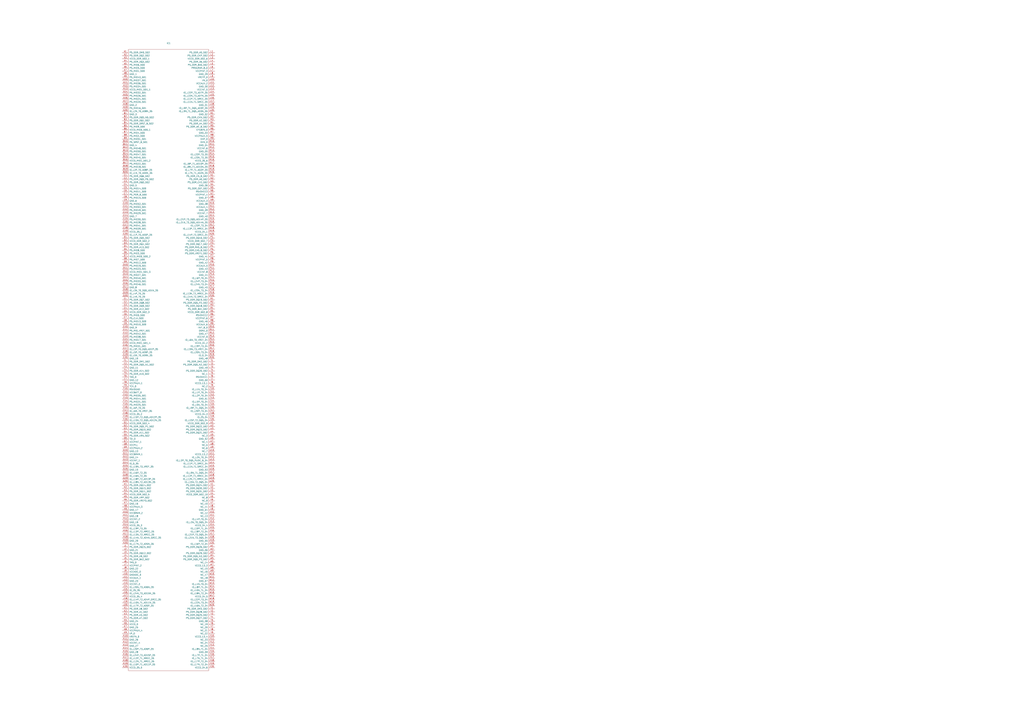
<source format=kicad_sch>
(kicad_sch (version 20211123) (generator eeschema)
  (paper "A1")
  (lib_symbols
    (symbol "XC7Z010-1CLG400C:XC7Z010-1CLG400C" (pin_names (offset 0.762))
      (property "Reference" "IC" (at 72.39 7.62 0))
      (property "Value" "XC7Z010-1CLG400C" (at 72.39 5.08 0))
      (symbol "XC7Z010-1CLG400C_0_0"
        (pin passive line (at 0 0 0) (length 5.08) (name "PS_DDR_DM0_502") (number "A1"))
        (pin passive line (at 0 -22.86 0) (length 5.08) (name "PS_MIO37_501") (number "A10"))
        (pin passive line (at 0 -25.4 0) (length 5.08) (name "PS_MIO36_501") (number "A11"))
        (pin passive line (at 0 -27.94 0) (length 5.08) (name "PS_MIO34_501") (number "A12"))
        (pin passive line (at 0 -30.48 0) (length 5.08) (name "VCCO_MIO1_501_1") (number "A13"))
        (pin passive line (at 0 -33.02 0) (length 5.08) (name "PS_MIO32_501") (number "A14"))
        (pin passive line (at 0 -35.56 0) (length 5.08) (name "PS_MIO26_501") (number "A15"))
        (pin passive line (at 0 -38.1 0) (length 5.08) (name "PS_MIO24_501") (number "A16"))
        (pin passive line (at 0 -40.64 0) (length 5.08) (name "PS_MIO20_501") (number "A17"))
        (pin passive line (at 0 -43.18 0) (length 5.08) (name "GND_2") (number "A18"))
        (pin passive line (at 0 -45.72 0) (length 5.08) (name "PS_MIO16_501") (number "A19"))
        (pin passive line (at 0 -2.54 0) (length 5.08) (name "PS_DDR_DQ2_502") (number "A2"))
        (pin passive line (at 0 -48.26 0) (length 5.08) (name "IO_L2N_T0_AD8N_35") (number "A20"))
        (pin passive line (at 0 -5.08 0) (length 5.08) (name "VCCO_DDR_502_1") (number "A3"))
        (pin passive line (at 0 -7.62 0) (length 5.08) (name "PS_DDR_DQ3_502") (number "A4"))
        (pin passive line (at 0 -10.16 0) (length 5.08) (name "PS_MIO6_500") (number "A5"))
        (pin passive line (at 0 -12.7 0) (length 5.08) (name "PS_MIO5_500") (number "A6"))
        (pin passive line (at 0 -15.24 0) (length 5.08) (name "PS_MIO1_500") (number "A7"))
        (pin passive line (at 0 -17.78 0) (length 5.08) (name "GND_1") (number "A8"))
        (pin passive line (at 0 -20.32 0) (length 5.08) (name "PS_MIO43_501") (number "A9"))
        (pin passive line (at 0 -50.8 0) (length 5.08) (name "GND_3") (number "B1"))
        (pin passive line (at 0 -73.66 0) (length 5.08) (name "PS_SRST_B_501") (number "B10"))
        (pin passive line (at 0 -76.2 0) (length 5.08) (name "GND_4") (number "B11"))
        (pin passive line (at 0 -78.74 0) (length 5.08) (name "PS_MIO48_501") (number "B12"))
        (pin passive line (at 0 -81.28 0) (length 5.08) (name "PS_MIO50_501") (number "B13"))
        (pin passive line (at 0 -83.82 0) (length 5.08) (name "PS_MIO47_501") (number "B14"))
        (pin passive line (at 0 -86.36 0) (length 5.08) (name "PS_MIO45_501") (number "B15"))
        (pin passive line (at 0 -88.9 0) (length 5.08) (name "VCCO_MIO1_501_2") (number "B16"))
        (pin passive line (at 0 -91.44 0) (length 5.08) (name "PS_MIO22_501") (number "B17"))
        (pin passive line (at 0 -93.98 0) (length 5.08) (name "PS_MIO18_501") (number "B18"))
        (pin passive line (at 0 -96.52 0) (length 5.08) (name "IO_L2P_T0_AD8P_35") (number "B19"))
        (pin passive line (at 0 -53.34 0) (length 5.08) (name "PS_DDR_DQS_N0_502") (number "B2"))
        (pin passive line (at 0 -99.06 0) (length 5.08) (name "IO_L1N_T0_AD0N_35") (number "B20"))
        (pin passive line (at 0 -55.88 0) (length 5.08) (name "PS_DDR_DQ1_502") (number "B3"))
        (pin passive line (at 0 -58.42 0) (length 5.08) (name "PS_DDR_DRST_B_502") (number "B4"))
        (pin passive line (at 0 -60.96 0) (length 5.08) (name "PS_MIO9_500") (number "B5"))
        (pin passive line (at 0 -63.5 0) (length 5.08) (name "VCCO_MIO0_500_1") (number "B6"))
        (pin passive line (at 0 -66.04 0) (length 5.08) (name "PS_MIO4_500") (number "B7"))
        (pin passive line (at 0 -68.58 0) (length 5.08) (name "PS_MIO2_500") (number "B8"))
        (pin passive line (at 0 -71.12 0) (length 5.08) (name "PS_MIO51_501") (number "B9"))
        (pin passive line (at 0 -101.6 0) (length 5.08) (name "PS_DDR_DQ6_502") (number "C1"))
        (pin passive line (at 0 -124.46 0) (length 5.08) (name "PS_MIO52_501") (number "C10"))
        (pin passive line (at 0 -127 0) (length 5.08) (name "PS_MIO53_501") (number "C11"))
        (pin passive line (at 0 -129.54 0) (length 5.08) (name "PS_MIO49_501") (number "C12"))
        (pin passive line (at 0 -132.08 0) (length 5.08) (name "PS_MIO29_501") (number "C13"))
        (pin passive line (at 0 -134.62 0) (length 5.08) (name "GND_7") (number "C14"))
        (pin passive line (at 0 -137.16 0) (length 5.08) (name "PS_MIO30_501") (number "C15"))
        (pin passive line (at 0 -139.7 0) (length 5.08) (name "PS_MIO28_501") (number "C16"))
        (pin passive line (at 0 -142.24 0) (length 5.08) (name "PS_MIO41_501") (number "C17"))
        (pin passive line (at 0 -144.78 0) (length 5.08) (name "PS_MIO39_501") (number "C18"))
        (pin passive line (at 0 -147.32 0) (length 5.08) (name "VCCO_35_1") (number "C19"))
        (pin passive line (at 0 -104.14 0) (length 5.08) (name "PS_DDR_DQS_P0_502") (number "C2"))
        (pin passive line (at 0 -149.86 0) (length 5.08) (name "IO_L1P_T0_AD0P_35") (number "C20"))
        (pin passive line (at 0 -106.68 0) (length 5.08) (name "PS_DDR_DQ0_502") (number "C3"))
        (pin passive line (at 0 -109.22 0) (length 5.08) (name "GND_5") (number "C4"))
        (pin passive line (at 0 -111.76 0) (length 5.08) (name "PS_MIO14_500") (number "C5"))
        (pin passive line (at 0 -114.3 0) (length 5.08) (name "PS_MIO11_500") (number "C6"))
        (pin passive line (at 0 -116.84 0) (length 5.08) (name "PS_POR_B_500") (number "C7"))
        (pin passive line (at 0 -119.38 0) (length 5.08) (name "PS_MIO15_500") (number "C8"))
        (pin passive line (at 0 -121.92 0) (length 5.08) (name "GND_6") (number "C9"))
        (pin passive line (at 0 -152.4 0) (length 5.08) (name "PS_DDR_DQ5_502") (number "D1"))
        (pin passive line (at 0 -175.26 0) (length 5.08) (name "PS_MIO19_501") (number "D10"))
        (pin passive line (at 0 -177.8 0) (length 5.08) (name "PS_MIO23_501") (number "D11"))
        (pin passive line (at 0 -180.34 0) (length 5.08) (name "VCCO_MIO1_501_3") (number "D12"))
        (pin passive line (at 0 -182.88 0) (length 5.08) (name "PS_MIO27_501") (number "D13"))
        (pin passive line (at 0 -185.42 0) (length 5.08) (name "PS_MIO40_501") (number "D14"))
        (pin passive line (at 0 -187.96 0) (length 5.08) (name "PS_MIO33_501") (number "D15"))
        (pin passive line (at 0 -190.5 0) (length 5.08) (name "PS_MIO46_501") (number "D16"))
        (pin passive line (at 0 -193.04 0) (length 5.08) (name "GND_8") (number "D17"))
        (pin passive line (at 0 -195.58 0) (length 5.08) (name "IO_L3N_T0_DQS_AD1N_35") (number "D18"))
        (pin passive line (at 0 -198.12 0) (length 5.08) (name "IO_L4P_T0_35") (number "D19"))
        (pin passive line (at 0 -154.94 0) (length 5.08) (name "VCCO_DDR_502_2") (number "D2"))
        (pin passive line (at 0 -200.66 0) (length 5.08) (name "IO_L4N_T0_35") (number "D20"))
        (pin passive line (at 0 -157.48 0) (length 5.08) (name "PS_DDR_DQ4_502") (number "D3"))
        (pin passive line (at 0 -160.02 0) (length 5.08) (name "PS_DDR_A13_502") (number "D4"))
        (pin passive line (at 0 -162.56 0) (length 5.08) (name "PS_MIO8_500") (number "D5"))
        (pin passive line (at 0 -165.1 0) (length 5.08) (name "PS_MIO3_500") (number "D6"))
        (pin passive line (at 0 -167.64 0) (length 5.08) (name "VCCO_MIO0_500_2") (number "D7"))
        (pin passive line (at 0 -170.18 0) (length 5.08) (name "PS_MIO7_500") (number "D8"))
        (pin passive line (at 0 -172.72 0) (length 5.08) (name "PS_MIO12_500") (number "D9"))
        (pin passive line (at 0 -203.2 0) (length 5.08) (name "PS_DDR_DQ7_502") (number "E1"))
        (pin passive line (at 0 -226.06 0) (length 5.08) (name "GND_9") (number "E10"))
        (pin passive line (at 0 -228.6 0) (length 5.08) (name "PS_MIO_VREF_501") (number "E11"))
        (pin passive line (at 0 -231.14 0) (length 5.08) (name "PS_MIO42_501") (number "E12"))
        (pin passive line (at 0 -233.68 0) (length 5.08) (name "PS_MIO38_501") (number "E13"))
        (pin passive line (at 0 -236.22 0) (length 5.08) (name "PS_MIO17_501") (number "E14"))
        (pin passive line (at 0 -238.76 0) (length 5.08) (name "VCCO_MIO1_501_4") (number "E15"))
        (pin passive line (at 0 -241.3 0) (length 5.08) (name "PS_MIO31_501") (number "E16"))
        (pin passive line (at 0 -243.84 0) (length 5.08) (name "IO_L3P_T0_DQS_AD1P_35") (number "E17"))
        (pin passive line (at 0 -246.38 0) (length 5.08) (name "IO_L5P_T0_AD9P_35") (number "E18"))
        (pin passive line (at 0 -248.92 0) (length 5.08) (name "IO_L5N_T0_AD9N_35") (number "E19"))
        (pin passive line (at 0 -205.74 0) (length 5.08) (name "PS_DDR_DQ8_502") (number "E2"))
        (pin passive line (at 0 -251.46 0) (length 5.08) (name "GND_10") (number "E20"))
        (pin passive line (at 0 -208.28 0) (length 5.08) (name "PS_DDR_DQ9_502") (number "E3"))
        (pin passive line (at 0 -210.82 0) (length 5.08) (name "PS_DDR_A12_502") (number "E4"))
        (pin passive line (at 0 -213.36 0) (length 5.08) (name "VCCO_DDR_502_3") (number "E5"))
        (pin passive line (at 0 -215.9 0) (length 5.08) (name "PS_MIO0_500") (number "E6"))
        (pin passive line (at 0 -218.44 0) (length 5.08) (name "PS_CLK_500") (number "E7"))
        (pin passive line (at 0 -220.98 0) (length 5.08) (name "PS_MIO13_500") (number "E8"))
        (pin passive line (at 0 -223.52 0) (length 5.08) (name "PS_MIO10_500") (number "E9"))
        (pin passive line (at 0 -254 0) (length 5.08) (name "PS_DDR_DM1_502") (number "F1"))
        (pin passive line (at 0 -276.86 0) (length 5.08) (name "RSVDGND") (number "F10"))
        (pin passive line (at 0 -279.4 0) (length 5.08) (name "VCCBATT_0") (number "F11"))
        (pin passive line (at 0 -281.94 0) (length 5.08) (name "PS_MIO35_501") (number "F12"))
        (pin passive line (at 0 -284.48 0) (length 5.08) (name "PS_MIO44_501") (number "F13"))
        (pin passive line (at 0 -287.02 0) (length 5.08) (name "PS_MIO21_501") (number "F14"))
        (pin passive line (at 0 -289.56 0) (length 5.08) (name "PS_MIO25_501") (number "F15"))
        (pin passive line (at 0 -292.1 0) (length 5.08) (name "IO_L6P_T0_35") (number "F16"))
        (pin passive line (at 0 -294.64 0) (length 5.08) (name "IO_L6N_T0_VREF_35") (number "F17"))
        (pin passive line (at 0 -297.18 0) (length 5.08) (name "VCCO_35_2") (number "F18"))
        (pin passive line (at 0 -299.72 0) (length 5.08) (name "IO_L15P_T2_DQS_AD12P_35") (number "F19"))
        (pin passive line (at 0 -256.54 0) (length 5.08) (name "PS_DDR_DQS_N1_502") (number "F2"))
        (pin passive line (at 0 -302.26 0) (length 5.08) (name "IO_L15N_T2_DQS_AD12N_35") (number "F20"))
        (pin passive line (at 0 -259.08 0) (length 5.08) (name "GND_11") (number "F3"))
        (pin passive line (at 0 -261.62 0) (length 5.08) (name "PS_DDR_A14_502") (number "F4"))
        (pin passive line (at 0 -264.16 0) (length 5.08) (name "PS_DDR_A10_502") (number "F5"))
        (pin passive line (at 0 -266.7 0) (length 5.08) (name "TDO_0") (number "F6"))
        (pin passive line (at 0 -269.24 0) (length 5.08) (name "GND_12") (number "F7"))
        (pin passive line (at 0 -271.78 0) (length 5.08) (name "VCCPAUX_1") (number "F8"))
        (pin passive line (at 0 -274.32 0) (length 5.08) (name "TCK_0") (number "F9"))
        (pin passive line (at 0 -304.8 0) (length 5.08) (name "VCCO_DDR_502_4") (number "G1"))
        (pin passive line (at 0 -327.66 0) (length 5.08) (name "GND_13") (number "G10"))
        (pin passive line (at 0 -330.2 0) (length 5.08) (name "VCCBRAM_1") (number "G11"))
        (pin passive line (at 0 -332.74 0) (length 5.08) (name "GND_14") (number "G12"))
        (pin passive line (at 0 -335.28 0) (length 5.08) (name "VCCINT_1") (number "G13"))
        (pin passive line (at 0 -337.82 0) (length 5.08) (name "IO_0_35") (number "G14"))
        (pin passive line (at 0 -340.36 0) (length 5.08) (name "IO_L19N_T3_VREF_35") (number "G15"))
        (pin passive line (at 0 -342.9 0) (length 5.08) (name "GND_15") (number "G16"))
        (pin passive line (at 0 -345.44 0) (length 5.08) (name "IO_L16P_T2_35") (number "G17"))
        (pin passive line (at 0 -347.98 0) (length 5.08) (name "IO_L16N_T2_35") (number "G18"))
        (pin passive line (at 0 -350.52 0) (length 5.08) (name "IO_L18P_T2_AD13P_35") (number "G19"))
        (pin passive line (at 0 -307.34 0) (length 5.08) (name "PS_DDR_DQS_P1_502") (number "G2"))
        (pin passive line (at 0 -353.06 0) (length 5.08) (name "IO_L18N_T2_AD13N_35") (number "G20"))
        (pin passive line (at 0 -309.88 0) (length 5.08) (name "PS_DDR_DQ10_502") (number "G3"))
        (pin passive line (at 0 -312.42 0) (length 5.08) (name "PS_DDR_A11_502") (number "G4"))
        (pin passive line (at 0 -314.96 0) (length 5.08) (name "PS_DDR_VRN_502") (number "G5"))
        (pin passive line (at 0 -317.5 0) (length 5.08) (name "TDI_0") (number "G6"))
        (pin passive line (at 0 -320.04 0) (length 5.08) (name "VCCPINT_1") (number "G7"))
        (pin passive line (at 0 -322.58 0) (length 5.08) (name "VCCPLL") (number "G8"))
        (pin passive line (at 0 -325.12 0) (length 5.08) (name "VCCPAUX_2") (number "G9"))
        (pin passive line (at 0 -355.6 0) (length 5.08) (name "PS_DDR_DQ14_502") (number "H1"))
        (pin passive line (at 0 -378.46 0) (length 5.08) (name "VCCBRAM_2") (number "H10"))
        (pin passive line (at 0 -381 0) (length 5.08) (name "GND_18") (number "H11"))
        (pin passive line (at 0 -383.54 0) (length 5.08) (name "VCCINT_2") (number "H12"))
        (pin passive line (at 0 -386.08 0) (length 5.08) (name "GND_19") (number "H13"))
        (pin passive line (at 0 -388.62 0) (length 5.08) (name "VCCO_35_3") (number "H14"))
        (pin passive line (at 0 -391.16 0) (length 5.08) (name "IO_L19P_T3_35") (number "H15"))
        (pin passive line (at 0 -393.7 0) (length 5.08) (name "IO_L13P_T2_MRCC_35") (number "H16"))
        (pin passive line (at 0 -396.24 0) (length 5.08) (name "IO_L13N_T2_MRCC_35") (number "H17"))
        (pin passive line (at 0 -398.78 0) (length 5.08) (name "IO_L14N_T2_AD4N_SRCC_35") (number "H18"))
        (pin passive line (at 0 -401.32 0) (length 5.08) (name "GND_20") (number "H19"))
        (pin passive line (at 0 -358.14 0) (length 5.08) (name "PS_DDR_DQ13_502") (number "H2"))
        (pin passive line (at 0 -403.86 0) (length 5.08) (name "IO_L17N_T2_AD5N_35") (number "H20"))
        (pin passive line (at 0 -360.68 0) (length 5.08) (name "PS_DDR_DQ11_502") (number "H3"))
        (pin passive line (at 0 -363.22 0) (length 5.08) (name "VCCO_DDR_502_5") (number "H4"))
        (pin passive line (at 0 -365.76 0) (length 5.08) (name "PS_DDR_VRP_502") (number "H5"))
        (pin passive line (at 0 -368.3 0) (length 5.08) (name "PS_DDR_VREF0_502") (number "H6"))
        (pin passive line (at 0 -370.84 0) (length 5.08) (name "GND_16") (number "H7"))
        (pin passive line (at 0 -373.38 0) (length 5.08) (name "VCCPAUX_3") (number "H8"))
        (pin passive line (at 0 -375.92 0) (length 5.08) (name "GND_17") (number "H9"))
        (pin passive line (at 0 -406.4 0) (length 5.08) (name "PS_DDR_DQ15_502") (number "J1"))
        (pin passive line (at 0 -429.26 0) (length 5.08) (name "GNDADC_0") (number "J10"))
        (pin passive line (at 0 -431.8 0) (length 5.08) (name "VCCAUX_1") (number "J11"))
        (pin passive line (at 0 -434.34 0) (length 5.08) (name "GND_23") (number "J12"))
        (pin passive line (at 0 -436.88 0) (length 5.08) (name "VCCINT_3") (number "J13"))
        (pin passive line (at 0 -439.42 0) (length 5.08) (name "IO_L20N_T3_AD6N_35") (number "J14"))
        (pin passive line (at 0 -441.96 0) (length 5.08) (name "IO_25_35") (number "J15"))
        (pin passive line (at 0 -444.5 0) (length 5.08) (name "IO_L24N_T3_AD15N_35") (number "J16"))
        (pin passive line (at 0 -447.04 0) (length 5.08) (name "VCCO_35_4") (number "J17"))
        (pin passive line (at 0 -449.58 0) (length 5.08) (name "IO_L14P_T2_AD4P_SRCC_35") (number "J18"))
        (pin passive line (at 0 -452.12 0) (length 5.08) (name "IO_L10N_T1_AD11N_35") (number "J19"))
        (pin passive line (at 0 -408.94 0) (length 5.08) (name "GND_21") (number "J2"))
        (pin passive line (at 0 -454.66 0) (length 5.08) (name "IO_L17P_T2_AD5P_35") (number "J20"))
        (pin passive line (at 0 -411.48 0) (length 5.08) (name "PS_DDR_DQ12_502") (number "J3"))
        (pin passive line (at 0 -414.02 0) (length 5.08) (name "PS_DDR_A9_502") (number "J4"))
        (pin passive line (at 0 -416.56 0) (length 5.08) (name "PS_DDR_BA2_502") (number "J5"))
        (pin passive line (at 0 -419.1 0) (length 5.08) (name "TMS_0") (number "J6"))
        (pin passive line (at 0 -421.64 0) (length 5.08) (name "VCCPINT_2") (number "J7"))
        (pin passive line (at 0 -424.18 0) (length 5.08) (name "GND_22") (number "J8"))
        (pin passive line (at 0 -426.72 0) (length 5.08) (name "VCCADC_0") (number "J9"))
        (pin passive line (at 0 -457.2 0) (length 5.08) (name "PS_DDR_A8_502") (number "K1"))
        (pin passive line (at 0 -480.06 0) (length 5.08) (name "VREFN_0") (number "K10"))
        (pin passive line (at 0 -482.6 0) (length 5.08) (name "GND_26") (number "K11"))
        (pin passive line (at 0 -485.14 0) (length 5.08) (name "VCCINT_4") (number "K12"))
        (pin passive line (at 0 -487.68 0) (length 5.08) (name "GND_27") (number "K13"))
        (pin passive line (at 0 -490.22 0) (length 5.08) (name "IO_L20P_T3_AD6P_35") (number "K14"))
        (pin passive line (at 0 -492.76 0) (length 5.08) (name "GND_28") (number "K15"))
        (pin passive line (at 0 -495.3 0) (length 5.08) (name "IO_L24P_T3_AD15P_35") (number "K16"))
        (pin passive line (at 0 -497.84 0) (length 5.08) (name "IO_L12P_T1_MRCC_35") (number "K17"))
        (pin passive line (at 0 -500.38 0) (length 5.08) (name "IO_L12N_T1_MRCC_35") (number "K18"))
        (pin passive line (at 0 -502.92 0) (length 5.08) (name "IO_L10P_T1_AD11P_35") (number "K19"))
        (pin passive line (at 0 -459.74 0) (length 5.08) (name "PS_DDR_A1_502") (number "K2"))
        (pin passive line (at 0 -505.46 0) (length 5.08) (name "VCCO_35_5") (number "K20"))
        (pin passive line (at 0 -462.28 0) (length 5.08) (name "PS_DDR_A3_502") (number "K3"))
        (pin passive line (at 0 -464.82 0) (length 5.08) (name "PS_DDR_A7_502") (number "K4"))
        (pin passive line (at 0 -467.36 0) (length 5.08) (name "GND_24") (number "K5"))
        (pin passive line (at 0 -469.9 0) (length 5.08) (name "VCCO_0") (number "K6"))
        (pin passive line (at 0 -472.44 0) (length 5.08) (name "GND_25") (number "K7"))
        (pin passive line (at 0 -474.98 0) (length 5.08) (name "VCCPAUX_4") (number "K8"))
        (pin passive line (at 0 -477.52 0) (length 5.08) (name "VP_0") (number "K9"))
        (pin passive line (at 76.2 0 180) (length 5.08) (name "PS_DDR_A5_502") (number "L1"))
        (pin passive line (at 76.2 -22.86 180) (length 5.08) (name "VN_0") (number "L10"))
        (pin passive line (at 76.2 -25.4 180) (length 5.08) (name "VCCAUX_2") (number "L11"))
        (pin passive line (at 76.2 -27.94 180) (length 5.08) (name "GND_30") (number "L12"))
        (pin passive line (at 76.2 -30.48 180) (length 5.08) (name "VCCINT_5") (number "L13"))
        (pin passive line (at 76.2 -33.02 180) (length 5.08) (name "IO_L22P_T3_AD7P_35") (number "L14"))
        (pin passive line (at 76.2 -35.56 180) (length 5.08) (name "IO_L22N_T3_AD7N_35") (number "L15"))
        (pin passive line (at 76.2 -38.1 180) (length 5.08) (name "IO_L11P_T1_SRCC_35") (number "L16"))
        (pin passive line (at 76.2 -40.64 180) (length 5.08) (name "IO_L11N_T1_SRCC_35") (number "L17"))
        (pin passive line (at 76.2 -43.18 180) (length 5.08) (name "GND_31") (number "L18"))
        (pin passive line (at 76.2 -45.72 180) (length 5.08) (name "IO_L9P_T1_DQS_AD3P_35") (number "L19"))
        (pin passive line (at 76.2 -2.54 180) (length 5.08) (name "PS_DDR_CKP_502") (number "L2"))
        (pin passive line (at 76.2 -48.26 180) (length 5.08) (name "IO_L9N_T1_DQS_AD3N_35") (number "L20"))
        (pin passive line (at 76.2 -5.08 180) (length 5.08) (name "VCCO_DDR_502_6") (number "L3"))
        (pin passive line (at 76.2 -7.62 180) (length 5.08) (name "PS_DDR_A6_502") (number "L4"))
        (pin passive line (at 76.2 -10.16 180) (length 5.08) (name "PS_DDR_BA0_502") (number "L5"))
        (pin passive line (at 76.2 -12.7 180) (length 5.08) (name "PROGRAM_B_0") (number "L6"))
        (pin passive line (at 76.2 -15.24 180) (length 5.08) (name "VCCPINT_3") (number "L7"))
        (pin passive line (at 76.2 -17.78 180) (length 5.08) (name "GND_29") (number "L8"))
        (pin passive line (at 76.2 -20.32 180) (length 5.08) (name "VREFP_0") (number "L9"))
        (pin passive line (at 76.2 -50.8 180) (length 5.08) (name "GND_32") (number "M1"))
        (pin passive line (at 76.2 -73.66 180) (length 5.08) (name "DXN_0") (number "M10"))
        (pin passive line (at 76.2 -76.2 180) (length 5.08) (name "GND_34") (number "M11"))
        (pin passive line (at 76.2 -78.74 180) (length 5.08) (name "VCCINT_6") (number "M12"))
        (pin passive line (at 76.2 -81.28 180) (length 5.08) (name "GND_35") (number "M13"))
        (pin passive line (at 76.2 -83.82 180) (length 5.08) (name "IO_L23P_T3_35") (number "M14"))
        (pin passive line (at 76.2 -86.36 180) (length 5.08) (name "IO_L23N_T3_35") (number "M15"))
        (pin passive line (at 76.2 -88.9 180) (length 5.08) (name "VCCO_35_6") (number "M16"))
        (pin passive line (at 76.2 -91.44 180) (length 5.08) (name "IO_L8P_T1_AD10P_35") (number "M17"))
        (pin passive line (at 76.2 -93.98 180) (length 5.08) (name "IO_L8N_T1_AD10N_35") (number "M18"))
        (pin passive line (at 76.2 -96.52 180) (length 5.08) (name "IO_L7P_T1_AD2P_35") (number "M19"))
        (pin passive line (at 76.2 -53.34 180) (length 5.08) (name "PS_DDR_CKN_502") (number "M2"))
        (pin passive line (at 76.2 -99.06 180) (length 5.08) (name "IO_L7N_T1_AD2N_35") (number "M20"))
        (pin passive line (at 76.2 -55.88 180) (length 5.08) (name "PS_DDR_A2_502") (number "M3"))
        (pin passive line (at 76.2 -58.42 180) (length 5.08) (name "PS_DDR_A4_502") (number "M4"))
        (pin passive line (at 76.2 -60.96 180) (length 5.08) (name "PS_DDR_WE_B_502") (number "M5"))
        (pin passive line (at 76.2 -63.5 180) (length 5.08) (name "CFGBVS_0") (number "M6"))
        (pin passive line (at 76.2 -66.04 180) (length 5.08) (name "GND_33") (number "M7"))
        (pin passive line (at 76.2 -68.58 180) (length 5.08) (name "VCCPAUX_5") (number "M8"))
        (pin passive line (at 76.2 -71.12 180) (length 5.08) (name "DXP_0") (number "M9"))
        (pin passive line (at 76.2 -101.6 180) (length 5.08) (name "PS_DDR_CS_B_502") (number "N1"))
        (pin passive line (at 76.2 -124.46 180) (length 5.08) (name "GND_38") (number "N10"))
        (pin passive line (at 76.2 -127 180) (length 5.08) (name "VCCAUX_4") (number "N11"))
        (pin passive line (at 76.2 -129.54 180) (length 5.08) (name "GND_39") (number "N12"))
        (pin passive line (at 76.2 -132.08 180) (length 5.08) (name "VCCINT_7") (number "N13"))
        (pin passive line (at 76.2 -134.62 180) (length 5.08) (name "GND_40") (number "N14"))
        (pin passive line (at 76.2 -137.16 180) (length 5.08) (name "IO_L21P_T3_DQS_AD14P_35") (number "N15"))
        (pin passive line (at 76.2 -139.7 180) (length 5.08) (name "IO_L21N_T3_DQS_AD14N_35") (number "N16"))
        (pin passive line (at 76.2 -142.24 180) (length 5.08) (name "IO_L23P_T3_34") (number "N17"))
        (pin passive line (at 76.2 -144.78 180) (length 5.08) (name "IO_L13P_T2_MRCC_34") (number "N18"))
        (pin passive line (at 76.2 -147.32 180) (length 5.08) (name "VCCO_34_1") (number "N19"))
        (pin passive line (at 76.2 -104.14 180) (length 5.08) (name "PS_DDR_A0_502") (number "N2"))
        (pin passive line (at 76.2 -149.86 180) (length 5.08) (name "IO_L14P_T2_SRCC_34") (number "N20"))
        (pin passive line (at 76.2 -106.68 180) (length 5.08) (name "PS_DDR_CKE_502") (number "N3"))
        (pin passive line (at 76.2 -109.22 180) (length 5.08) (name "GND_36") (number "N4"))
        (pin passive line (at 76.2 -111.76 180) (length 5.08) (name "PS_DDR_ODT_502") (number "N5"))
        (pin passive line (at 76.2 -114.3 180) (length 5.08) (name "RSVDVCC3") (number "N6"))
        (pin passive line (at 76.2 -116.84 180) (length 5.08) (name "VCCPINT_4") (number "N7"))
        (pin passive line (at 76.2 -119.38 180) (length 5.08) (name "GND_37") (number "N8"))
        (pin passive line (at 76.2 -121.92 180) (length 5.08) (name "VCCAUX_3") (number "N9"))
        (pin passive line (at 76.2 -152.4 180) (length 5.08) (name "PS_DDR_DQ16_502") (number "P1"))
        (pin passive line (at 76.2 -175.26 180) (length 5.08) (name "VCCAUX_5") (number "P10"))
        (pin passive line (at 76.2 -177.8 180) (length 5.08) (name "GND_43") (number "P11"))
        (pin passive line (at 76.2 -180.34 180) (length 5.08) (name "VCCINT_8") (number "P12"))
        (pin passive line (at 76.2 -182.88 180) (length 5.08) (name "GND_44") (number "P13"))
        (pin passive line (at 76.2 -185.42 180) (length 5.08) (name "IO_L6P_T0_34") (number "P14"))
        (pin passive line (at 76.2 -187.96 180) (length 5.08) (name "IO_L24P_T3_34") (number "P15"))
        (pin passive line (at 76.2 -190.5 180) (length 5.08) (name "IO_L24N_T3_34") (number "P16"))
        (pin passive line (at 76.2 -193.04 180) (length 5.08) (name "GND_45") (number "P17"))
        (pin passive line (at 76.2 -195.58 180) (length 5.08) (name "IO_L23N_T3_34") (number "P18"))
        (pin passive line (at 76.2 -198.12 180) (length 5.08) (name "IO_L13N_T2_MRCC_34") (number "P19"))
        (pin passive line (at 76.2 -154.94 180) (length 5.08) (name "VCCO_DDR_502_7") (number "P2"))
        (pin passive line (at 76.2 -200.66 180) (length 5.08) (name "IO_L14N_T2_SRCC_34") (number "P20"))
        (pin passive line (at 76.2 -157.48 180) (length 5.08) (name "PS_DDR_DQ17_502") (number "P3"))
        (pin passive line (at 76.2 -160.02 180) (length 5.08) (name "PS_DDR_RAS_B_502") (number "P4"))
        (pin passive line (at 76.2 -162.56 180) (length 5.08) (name "PS_DDR_CAS_B_502") (number "P5"))
        (pin passive line (at 76.2 -165.1 180) (length 5.08) (name "PS_DDR_VREF1_502") (number "P6"))
        (pin passive line (at 76.2 -167.64 180) (length 5.08) (name "GND_41") (number "P7"))
        (pin passive line (at 76.2 -170.18 180) (length 5.08) (name "VCCPINT_5") (number "P8"))
        (pin passive line (at 76.2 -172.72 180) (length 5.08) (name "GND_42") (number "P9"))
        (pin passive line (at 76.2 -203.2 180) (length 5.08) (name "PS_DDR_DQ19_502") (number "R1"))
        (pin passive line (at 76.2 -226.06 180) (length 5.08) (name "INIT_B_0") (number "R10"))
        (pin passive line (at 76.2 -228.6 180) (length 5.08) (name "DONE_0") (number "R11"))
        (pin passive line (at 76.2 -231.14 180) (length 5.08) (name "GND_47") (number "R12"))
        (pin passive line (at 76.2 -233.68 180) (length 5.08) (name "VCCINT_9") (number "R13"))
        (pin passive line (at 76.2 -236.22 180) (length 5.08) (name "IO_L6N_T0_VREF_34") (number "R14"))
        (pin passive line (at 76.2 -238.76 180) (length 5.08) (name "VCCO_34_2") (number "R15"))
        (pin passive line (at 76.2 -241.3 180) (length 5.08) (name "IO_L19P_T3_34") (number "R16"))
        (pin passive line (at 76.2 -243.84 180) (length 5.08) (name "IO_L19N_T3_VREF_34") (number "R17"))
        (pin passive line (at 76.2 -246.38 180) (length 5.08) (name "IO_L20N_T3_34") (number "R18"))
        (pin passive line (at 76.2 -248.92 180) (length 5.08) (name "IO_0_34") (number "R19"))
        (pin passive line (at 76.2 -205.74 180) (length 5.08) (name "PS_DDR_DQS_P2_502") (number "R2"))
        (pin passive line (at 76.2 -251.46 180) (length 5.08) (name "GND_48") (number "R20"))
        (pin passive line (at 76.2 -208.28 180) (length 5.08) (name "PS_DDR_DQ18_502") (number "R3"))
        (pin passive line (at 76.2 -210.82 180) (length 5.08) (name "PS_DDR_BA1_502") (number "R4"))
        (pin passive line (at 76.2 -213.36 180) (length 5.08) (name "VCCO_DDR_502_8") (number "R5"))
        (pin passive line (at 76.2 -215.9 180) (length 5.08) (name "RSVDVCC2") (number "R6"))
        (pin passive line (at 76.2 -218.44 180) (length 5.08) (name "VCCPINT_6") (number "R7"))
        (pin passive line (at 76.2 -220.98 180) (length 5.08) (name "GND_46") (number "R8"))
        (pin passive line (at 76.2 -223.52 180) (length 5.08) (name "VCCAUX_6") (number "R9"))
        (pin passive line (at 76.2 -254 180) (length 5.08) (name "PS_DDR_DM2_502") (number "T1"))
        (pin passive line (at 76.2 -276.86 180) (length 5.08) (name "IO_L1N_T0_34") (number "T10"))
        (pin passive line (at 76.2 -279.4 180) (length 5.08) (name "IO_L1P_T0_34") (number "T11"))
        (pin passive line (at 76.2 -281.94 180) (length 5.08) (name "IO_L2P_T0_34") (number "T12"))
        (pin passive line (at 76.2 -284.48 180) (length 5.08) (name "GND_51") (number "T13"))
        (pin passive line (at 76.2 -287.02 180) (length 5.08) (name "IO_L5P_T0_34") (number "T14"))
        (pin passive line (at 76.2 -289.56 180) (length 5.08) (name "IO_L5N_T0_34") (number "T15"))
        (pin passive line (at 76.2 -292.1 180) (length 5.08) (name "IO_L9P_T1_DQS_34") (number "T16"))
        (pin passive line (at 76.2 -294.64 180) (length 5.08) (name "IO_L20P_T3_34") (number "T17"))
        (pin passive line (at 76.2 -297.18 180) (length 5.08) (name "VCCO_34_3") (number "T18"))
        (pin passive line (at 76.2 -299.72 180) (length 5.08) (name "IO_25_34") (number "T19"))
        (pin passive line (at 76.2 -256.54 180) (length 5.08) (name "PS_DDR_DQS_N2_502") (number "T2"))
        (pin passive line (at 76.2 -302.26 180) (length 5.08) (name "IO_L15P_T2_DQS_34") (number "T20"))
        (pin passive line (at 76.2 -259.08 180) (length 5.08) (name "GND_49") (number "T3"))
        (pin passive line (at 76.2 -261.62 180) (length 5.08) (name "PS_DDR_DQ20_502") (number "T4"))
        (pin passive line (at 76.2 -264.16 180) (length 5.08) (name "NC_1") (number "T5"))
        (pin passive line (at 76.2 -266.7 180) (length 5.08) (name "RSVDVCC1") (number "T6"))
        (pin passive line (at 76.2 -269.24 180) (length 5.08) (name "GND_50") (number "T7"))
        (pin passive line (at 76.2 -271.78 180) (length 5.08) (name "VCCO_13_1") (number "T8"))
        (pin passive line (at 76.2 -274.32 180) (length 5.08) (name "NC_2") (number "T9"))
        (pin passive line (at 76.2 -304.8 180) (length 5.08) (name "VCCO_DDR_502_9") (number "U1"))
        (pin passive line (at 76.2 -327.66 180) (length 5.08) (name "NC_7") (number "U10"))
        (pin passive line (at 76.2 -330.2 180) (length 5.08) (name "VCCO_13_2") (number "U11"))
        (pin passive line (at 76.2 -332.74 180) (length 5.08) (name "IO_L2N_T0_34") (number "U12"))
        (pin passive line (at 76.2 -335.28 180) (length 5.08) (name "IO_L3P_T0_DQS_PUDC_B_34") (number "U13"))
        (pin passive line (at 76.2 -337.82 180) (length 5.08) (name "IO_L11P_T1_SRCC_34") (number "U14"))
        (pin passive line (at 76.2 -340.36 180) (length 5.08) (name "IO_L11N_T1_SRCC_34") (number "U15"))
        (pin passive line (at 76.2 -342.9 180) (length 5.08) (name "GND_53") (number "U16"))
        (pin passive line (at 76.2 -345.44 180) (length 5.08) (name "IO_L9N_T1_DQS_34") (number "U17"))
        (pin passive line (at 76.2 -347.98 180) (length 5.08) (name "IO_L12P_T1_MRCC_34") (number "U18"))
        (pin passive line (at 76.2 -350.52 180) (length 5.08) (name "IO_L12N_T1_MRCC_34") (number "U19"))
        (pin passive line (at 76.2 -307.34 180) (length 5.08) (name "PS_DDR_DQ22_502") (number "U2"))
        (pin passive line (at 76.2 -353.06 180) (length 5.08) (name "IO_L15N_T2_DQS_34") (number "U20"))
        (pin passive line (at 76.2 -309.88 180) (length 5.08) (name "PS_DDR_DQ23_502") (number "U3"))
        (pin passive line (at 76.2 -312.42 180) (length 5.08) (name "PS_DDR_DQ21_502") (number "U4"))
        (pin passive line (at 76.2 -314.96 180) (length 5.08) (name "NC_3") (number "U5"))
        (pin passive line (at 76.2 -317.5 180) (length 5.08) (name "GND_52") (number "U6"))
        (pin passive line (at 76.2 -320.04 180) (length 5.08) (name "NC_4") (number "U7"))
        (pin passive line (at 76.2 -322.58 180) (length 5.08) (name "NC_5") (number "U8"))
        (pin passive line (at 76.2 -325.12 180) (length 5.08) (name "NC_6") (number "U9"))
        (pin passive line (at 76.2 -355.6 180) (length 5.08) (name "PS_DDR_DQ24_502") (number "V1"))
        (pin passive line (at 76.2 -378.46 180) (length 5.08) (name "NC_12") (number "V10"))
        (pin passive line (at 76.2 -381 180) (length 5.08) (name "NC_13") (number "V11"))
        (pin passive line (at 76.2 -383.54 180) (length 5.08) (name "IO_L4P_T0_34") (number "V12"))
        (pin passive line (at 76.2 -386.08 180) (length 5.08) (name "IO_L3N_T0_DQS_34") (number "V13"))
        (pin passive line (at 76.2 -388.62 180) (length 5.08) (name "VCCO_34_4") (number "V14"))
        (pin passive line (at 76.2 -391.16 180) (length 5.08) (name "IO_L10P_T1_34") (number "V15"))
        (pin passive line (at 76.2 -393.7 180) (length 5.08) (name "IO_L18P_T2_34") (number "V16"))
        (pin passive line (at 76.2 -396.24 180) (length 5.08) (name "IO_L21P_T3_DQS_34") (number "V17"))
        (pin passive line (at 76.2 -398.78 180) (length 5.08) (name "IO_L21N_T3_DQS_34") (number "V18"))
        (pin passive line (at 76.2 -401.32 180) (length 5.08) (name "GND_55") (number "V19"))
        (pin passive line (at 76.2 -358.14 180) (length 5.08) (name "PS_DDR_DQ30_502") (number "V2"))
        (pin passive line (at 76.2 -403.86 180) (length 5.08) (name "IO_L16P_T2_34") (number "V20"))
        (pin passive line (at 76.2 -360.68 180) (length 5.08) (name "PS_DDR_DQ31_502") (number "V3"))
        (pin passive line (at 76.2 -363.22 180) (length 5.08) (name "VCCO_DDR_502_10") (number "V4"))
        (pin passive line (at 76.2 -365.76 180) (length 5.08) (name "NC_8") (number "V5"))
        (pin passive line (at 76.2 -368.3 180) (length 5.08) (name "NC_9") (number "V6"))
        (pin passive line (at 76.2 -370.84 180) (length 5.08) (name "NC_10") (number "V7"))
        (pin passive line (at 76.2 -373.38 180) (length 5.08) (name "NC_11") (number "V8"))
        (pin passive line (at 76.2 -375.92 180) (length 5.08) (name "GND_54") (number "V9"))
        (pin passive line (at 76.2 -406.4 180) (length 5.08) (name "PS_DDR_DQ26_502") (number "W1"))
        (pin passive line (at 76.2 -429.26 180) (length 5.08) (name "NC_17") (number "W10"))
        (pin passive line (at 76.2 -431.8 180) (length 5.08) (name "NC_18") (number "W11"))
        (pin passive line (at 76.2 -434.34 180) (length 5.08) (name "GND_57") (number "W12"))
        (pin passive line (at 76.2 -436.88 180) (length 5.08) (name "IO_L4N_T0_34") (number "W13"))
        (pin passive line (at 76.2 -439.42 180) (length 5.08) (name "IO_L8P_T1_34") (number "W14"))
        (pin passive line (at 76.2 -441.96 180) (length 5.08) (name "IO_L10N_T1_34") (number "W15"))
        (pin passive line (at 76.2 -444.5 180) (length 5.08) (name "IO_L18N_T2_34") (number "W16"))
        (pin passive line (at 76.2 -447.04 180) (length 5.08) (name "VCCO_34_5") (number "W17"))
        (pin passive line (at 76.2 -449.58 180) (length 5.08) (name "IO_L22P_T3_34") (number "W18"))
        (pin passive line (at 76.2 -452.12 180) (length 5.08) (name "IO_L22N_T3_34") (number "W19"))
        (pin passive line (at 76.2 -408.94 180) (length 5.08) (name "GND_56") (number "W2"))
        (pin passive line (at 76.2 -454.66 180) (length 5.08) (name "IO_L16N_T2_34") (number "W20"))
        (pin passive line (at 76.2 -411.48 180) (length 5.08) (name "PS_DDR_DQ29_502") (number "W3"))
        (pin passive line (at 76.2 -414.02 180) (length 5.08) (name "PS_DDR_DQS_N3_502") (number "W4"))
        (pin passive line (at 76.2 -416.56 180) (length 5.08) (name "PS_DDR_DQS_P3_502") (number "W5"))
        (pin passive line (at 76.2 -419.1 180) (length 5.08) (name "NC_14") (number "W6"))
        (pin passive line (at 76.2 -421.64 180) (length 5.08) (name "VCCO_13_3") (number "W7"))
        (pin passive line (at 76.2 -424.18 180) (length 5.08) (name "NC_15") (number "W8"))
        (pin passive line (at 76.2 -426.72 180) (length 5.08) (name "NC_16") (number "W9"))
        (pin passive line (at 76.2 -457.2 180) (length 5.08) (name "PS_DDR_DM3_502") (number "Y1"))
        (pin passive line (at 76.2 -480.06 180) (length 5.08) (name "VCCO_13_4") (number "Y10"))
        (pin passive line (at 76.2 -482.6 180) (length 5.08) (name "NC_23") (number "Y11"))
        (pin passive line (at 76.2 -485.14 180) (length 5.08) (name "NC_24") (number "Y12"))
        (pin passive line (at 76.2 -487.68 180) (length 5.08) (name "NC_25") (number "Y13"))
        (pin passive line (at 76.2 -490.22 180) (length 5.08) (name "IO_L8N_T1_34") (number "Y14"))
        (pin passive line (at 76.2 -492.76 180) (length 5.08) (name "GND_59") (number "Y15"))
        (pin passive line (at 76.2 -495.3 180) (length 5.08) (name "IO_L7P_T1_34") (number "Y16"))
        (pin passive line (at 76.2 -497.84 180) (length 5.08) (name "IO_L7N_T1_34") (number "Y17"))
        (pin passive line (at 76.2 -500.38 180) (length 5.08) (name "IO_L17P_T2_34") (number "Y18"))
        (pin passive line (at 76.2 -502.92 180) (length 5.08) (name "IO_L17N_T2_34") (number "Y19"))
        (pin passive line (at 76.2 -459.74 180) (length 5.08) (name "PS_DDR_DQ28_502") (number "Y2"))
        (pin passive line (at 76.2 -505.46 180) (length 5.08) (name "VCCO_34_6") (number "Y20"))
        (pin passive line (at 76.2 -462.28 180) (length 5.08) (name "PS_DDR_DQ25_502") (number "Y3"))
        (pin passive line (at 76.2 -464.82 180) (length 5.08) (name "PS_DDR_DQ27_502") (number "Y4"))
        (pin passive line (at 76.2 -467.36 180) (length 5.08) (name "GND_58") (number "Y5"))
        (pin passive line (at 76.2 -469.9 180) (length 5.08) (name "NC_19") (number "Y6"))
        (pin passive line (at 76.2 -472.44 180) (length 5.08) (name "NC_20") (number "Y7"))
        (pin passive line (at 76.2 -474.98 180) (length 5.08) (name "NC_21") (number "Y8"))
        (pin passive line (at 76.2 -477.52 180) (length 5.08) (name "NC_22") (number "Y9"))
      )
      (symbol "XC7Z010-1CLG400C_0_1"
        (polyline (pts (xy 5.08 2.54) (xy 71.12 2.54) (xy 71.12 -508) (xy 5.08 -508) (xy 5.08 2.54)) (stroke (width 0.1524)))
      )
    )
  )
  (symbol (lib_id "XC7Z010-1CLG400C:XC7Z010-1CLG400C") (at 100.33 43.18 0) (unit 1)
    (property "Reference" "IC1" (at 138.43 35.56 0))
    (property "Datasheet" "https://www.xilinx.com/support/documentation/data_sheets/ds187-XC7Z010-XC7Z020-Data-Sheet.pdf" (effects hide))
    (property "Description" "Zynq-7000 All Programmable SoC, BGA-400" (effects hide))
    (property "Height" "1.6" (effects hide))
    (property "Manufacturer_Name" "XILINX" (effects hide))
    (property "Manufacturer_Part_Number" "XC7Z010-1CLG400C" (effects hide))
    (property "Mouser Part Number" "217-XC7Z010-1CLG400C" (effects hide))
    (property "Mouser Price/Stock" "https://www.mouser.co.uk/ProductDetail/Xilinx/XC7Z010-1CLG400C?qs=rrS6PyfT74fH%252BORuML3uDw%3D%3D" (effects hide))
  )
)
</source>
